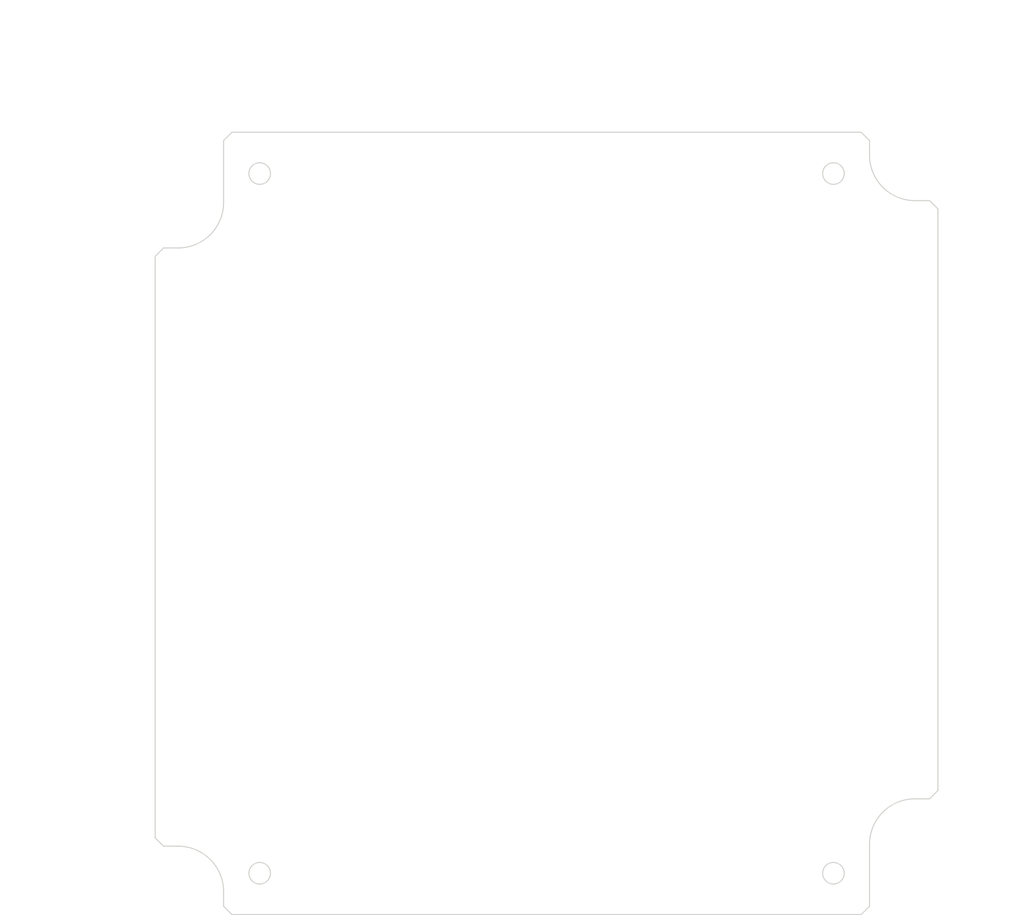
<source format=kicad_pcb>
(kicad_pcb (version 20221018) (generator pcbnew)

  (general
    (thickness 1.6)
  )

  (paper "A3")
  (layers
    (0 "F.Cu" signal)
    (31 "B.Cu" signal)
    (32 "B.Adhes" user "B.Adhesive")
    (33 "F.Adhes" user "F.Adhesive")
    (34 "B.Paste" user)
    (35 "F.Paste" user)
    (36 "B.SilkS" user "B.Silkscreen")
    (37 "F.SilkS" user "F.Silkscreen")
    (38 "B.Mask" user)
    (39 "F.Mask" user)
    (40 "Dwgs.User" user "User.Drawings")
    (41 "Cmts.User" user "User.Comments")
    (42 "Eco1.User" user "User.Eco1")
    (43 "Eco2.User" user "User.Eco2")
    (44 "Edge.Cuts" user)
    (45 "Margin" user)
    (46 "B.CrtYd" user "B.Courtyard")
    (47 "F.CrtYd" user "F.Courtyard")
    (48 "B.Fab" user)
    (49 "F.Fab" user)
  )

  (setup
    (pad_to_mask_clearance 0.051)
    (solder_mask_min_width 0.25)
    (pcbplotparams
      (layerselection 0x00010fc_ffffffff)
      (plot_on_all_layers_selection 0x0000000_00000000)
      (disableapertmacros false)
      (usegerberextensions false)
      (usegerberattributes false)
      (usegerberadvancedattributes false)
      (creategerberjobfile false)
      (dashed_line_dash_ratio 12.000000)
      (dashed_line_gap_ratio 3.000000)
      (svgprecision 4)
      (plotframeref false)
      (viasonmask false)
      (mode 1)
      (useauxorigin false)
      (hpglpennumber 1)
      (hpglpenspeed 20)
      (hpglpendiameter 15.000000)
      (dxfpolygonmode true)
      (dxfimperialunits true)
      (dxfusepcbnewfont true)
      (psnegative false)
      (psa4output false)
      (plotreference true)
      (plotvalue true)
      (plotinvisibletext false)
      (sketchpadsonfab false)
      (subtractmaskfromsilk false)
      (outputformat 1)
      (mirror false)
      (drillshape 1)
      (scaleselection 1)
      (outputdirectory "")
    )
  )

  (net 0 "")

  (gr_line (start 154.422332 82.607402) (end 154.602332 82.607402)
    (stroke (width 0.2) (type solid)) (layer "Dwgs.User") (tstamp 01aa48fd-3708-4e7d-bb5a-4180f0def9a7))
  (gr_line (start 109.93326 76.753074) (end 109.93326 140.769358)
    (stroke (width 0.2) (type solid)) (layer "Dwgs.User") (tstamp 0347f8b6-86f4-4cbc-b91e-b61312c4a2a3))
  (gr_line (start 127.628918 98.753074) (end 127.628918 154.089867)
    (stroke (width 0.2) (type solid)) (layer "Dwgs.User") (tstamp 079bf1ec-c6b3-455e-bd7c-1f9e304b3cfa))
  (gr_line (start 154.512332 83.607402) (end 154.512332 111.515574)
    (stroke (width 0.2) (type solid)) (layer "Dwgs.User") (tstamp 0b03af9f-ef3c-4e86-9596-f10878586226))
  (gr_line (start 268.36666 58.362394) (end 202.662106 58.362394)
    (stroke (width 0.2) (type solid)) (layer "Dwgs.User") (tstamp 13169330-a161-4da0-a457-4b65802abe18))
  (gr_line (start 178.618846 69.906026) (end 180.618846 69.906026)
    (stroke (width 0.2) (type solid)) (layer "Dwgs.User") (tstamp 1b0c4f83-8a50-480b-aee7-103eb463f61c))
  (gr_line (start 135.245504 96.753074) (end 124.453918 96.753074)
    (stroke (width 0.2) (type solid)) (layer "Dwgs.User") (tstamp 1f1d8869-c534-4b27-acfd-81277c6f0f54))
  (gr_line (start 148.245504 74.753074) (end 106.75826 74.753074)
    (stroke (width 0.2) (type solid)) (layer "Dwgs.User") (tstamp 25ea1c3c-947a-4758-abfa-77035ff200d2))
  (gr_line (start 136.658004 108.340574) (end 140.531279 108.340574)
    (stroke (width 0.2) (type solid)) (layer "Dwgs.User") (tstamp 347a50a2-77de-475f-a066-dbaea8910d7b))
  (gr_line (start 279.822784 210.575388) (end 273.257231 206.784184)
    (stroke (width 0.2) (type solid)) (layer "Dwgs.User") (tstamp 35cad90c-8fe8-4288-b1f6-b3f8b96cbaca))
  (gr_line (start 109.93326 221.46173) (end 109.93326 147.884228)
    (stroke (width 0.2) (type solid)) (layer "Dwgs.User") (tstamp 413988b0-9bfc-4729-8475-a703828a3035))
  (gr_line (start 135.245504 210.46173) (end 124.453918 210.46173)
    (stroke (width 0.2) (type solid)) (layer "Dwgs.User") (tstamp 457f0322-7d78-47aa-966d-6efff41338a0))
  (gr_line (start 178.618846 74.753074) (end 178.618846 69.906026)
    (stroke (width 0.2) (type solid)) (layer "Dwgs.User") (tstamp 4920aefc-62b7-4ddd-af94-4df99a80f6bd))
  (gr_line (start 155.512332 82.607402) (end 181.793846 82.607402)
    (stroke (width 0.2) (type solid)) (layer "Dwgs.User") (tstamp 4951e510-32f3-402e-a35a-0e471a50be95))
  (gr_line (start 148.245504 74.753074) (end 117.372809 74.753074)
    (stroke (width 0.2) (type solid)) (layer "Dwgs.User") (tstamp 4ae5c82f-8da4-4f73-9843-a22872f0f8db))
  (gr_line (start 127.628918 208.46173) (end 127.628918 161.205897)
    (stroke (width 0.2) (type solid)) (layer "Dwgs.User") (tstamp 4c61e268-111f-4feb-a7ea-1efa1d588bfc))
  (gr_line (start 263.512332 81.607402) (end 263.512332 61.177382)
    (stroke (width 0.2) (type solid)) (layer "Dwgs.User") (tstamp 564ae906-50db-4c6f-8965-bb6fd77e0678))
  (gr_line (start 164.95378 94.987251) (end 162.95378 94.987251)
    (stroke (width 0.2) (type solid)) (layer "Dwgs.User") (tstamp 590a02c1-a116-4f7c-9101-dad0c0c606d7))
  (gr_line (start 152.512332 108.340574) (end 148.639056 108.340574)
    (stroke (width 0.2) (type solid)) (layer "Dwgs.User") (tstamp 59c7c0ae-2951-4a79-9826-932a82c856e7))
  (gr_line (start 154.512332 79.557402) (end 154.512332 61.177382)
    (stroke (width 0.2) (type solid)) (layer "Dwgs.User") (tstamp 5aa48ea7-c974-4d58-abac-417c2d57463f))
  (gr_line (start 148.245504 223.46173) (end 106.75826 223.46173)
    (stroke (width 0.2) (type solid)) (layer "Dwgs.User") (tstamp 62740fe8-34a4-4a5a-a50a-4c259f916a37))
  (gr_line (start 294.974551 213.607402) (end 294.974551 152.665417)
    (stroke (width 0.2) (type solid)) (layer "Dwgs.User") (tstamp 6e90dc4d-beb8-40a0-a103-daa50c76177b))
  (gr_line (start 264.512332 215.607402) (end 298.149551 215.607402)
    (stroke (width 0.2) (type solid)) (layer "Dwgs.User") (tstamp 6f914b1e-bf52-47ca-8665-b07418e1a46a))
  (gr_line (start 264.512332 82.607402) (end 298.149551 82.607402)
    (stroke (width 0.2) (type solid)) (layer "Dwgs.User") (tstamp 80c202c0-799a-45f6-a4af-95bb6cdcaaff))
  (gr_line (start 261.512332 64.352382) (end 213.717345 64.352382)
    (stroke (width 0.2) (type solid)) (layer "Dwgs.User") (tstamp 80ee82cc-8967-47c6-a258-4f27292eccd9))
  (gr_line (start 136.658004 52.893274) (end 204.468505 52.893274)
    (stroke (width 0.2) (type solid)) (layer "Dwgs.User") (tstamp 84761d56-e7f1-4669-9ee1-d05c5ebff7c2))
  (gr_line (start 134.658004 97.340574) (end 134.658004 49.718274)
    (stroke (width 0.2) (type solid)) (layer "Dwgs.User") (tstamp 8997b64c-c8f2-496d-b0fa-3c0566fbb230))
  (gr_line (start 281.36666 52.893274) (end 213.556159 52.893274)
    (stroke (width 0.2) (type solid)) (layer "Dwgs.User") (tstamp 8f96d655-0a28-4556-9e6a-f3988b60f979))
  (gr_line (start 149.658004 58.362394) (end 193.574452 58.362394)
    (stroke (width 0.2) (type solid)) (layer "Dwgs.User") (tstamp 8fcbfe25-1f51-4a3e-a673-5d8cc264cd82))
  (gr_line (start 120.547809 76.753074) (end 120.547809 87.214084)
    (stroke (width 0.2) (type solid)) (layer "Dwgs.User") (tstamp 9fd1e2ab-d384-495c-825e-7d537e62019c))
  (gr_line (start 162.95378 94.987251) (end 156.793964 85.953542)
    (stroke (width 0.2) (type solid)) (layer "Dwgs.User") (tstamp a7cd4e5c-74ec-4fbb-ad05-50056224b69d))
  (gr_line (start 283.36666 88.340574) (end 283.36666 49.718274)
    (stroke (width 0.2) (type solid)) (layer "Dwgs.User") (tstamp aeb80d74-2aeb-4751-85fa-017cd1698e9c))
  (gr_line (start 134.658004 97.340574) (end 134.658004 79.183963)
    (stroke (width 0.2) (type solid)) (layer "Dwgs.User") (tstamp b43e6dbf-8a2a-40d9-a7a8-728a936c8174))
  (gr_line (start 145.658004 82.358963) (end 136.658004 82.358963)
    (stroke (width 0.2) (type solid)) (layer "Dwgs.User") (tstamp b50cafa8-74b0-4a86-a88c-4cc541893bed))
  (gr_line (start 134.658004 82.358963) (end 131.394427 82.358963)
    (stroke (width 0.2) (type solid)) (layer "Dwgs.User") (tstamp b6a10689-8482-4e5b-ad8e-921829737592))
  (gr_line (start 270.36666 75.340574) (end 270.36666 55.187394)
    (stroke (width 0.2) (type solid)) (layer "Dwgs.User") (tstamp bec3efc1-e958-476e-83ad-2b68e60fce22))
  (gr_line (start 156.512332 64.352382) (end 204.307318 64.352382)
    (stroke (width 0.2) (type solid)) (layer "Dwgs.User") (tstamp c0e51dcb-02b0-4ceb-b0e0-1703c5c7bdd1))
  (gr_line (start 281.822784 210.575388) (end 279.822784 210.575388)
    (stroke (width 0.2) (type solid)) (layer "Dwgs.User") (tstamp c2810c54-14dc-4d6c-9bbc-1045a2d025bd))
  (gr_line (start 154.512332 82.697402) (end 154.512332 82.517402)
    (stroke (width 0.2) (type solid)) (layer "Dwgs.User") (tstamp cda79e99-519d-47f4-83fc-c664fc927d00))
  (gr_line (start 147.658004 75.340574) (end 147.658004 55.187394)
    (stroke (width 0.2) (type solid)) (layer "Dwgs.User") (tstamp ea721f45-803a-411b-bf8c-1f9a10a1e92b))
  (gr_line (start 178.618846 80.607402) (end 178.618846 76.753074)
    (stroke (width 0.2) (type solid)) (layer "Dwgs.User") (tstamp eb50b79c-0457-4e50-a3c8-5bb7d3ffb46c))
  (gr_line (start 135.245504 96.753074) (end 117.372809 96.753074)
    (stroke (width 0.2) (type solid)) (layer "Dwgs.User") (tstamp eda93ba3-8128-4031-84a2-7de4a6d21f2f))
  (gr_line (start 294.974551 84.607402) (end 294.974551 145.549387)
    (stroke (width 0.2) (type solid)) (layer "Dwgs.User") (tstamp fb3fef18-a594-4d58-a789-678bf048170c))
  (gr_line (start 120.547809 94.753074) (end 120.547809 94.328954)
    (stroke (width 0.2) (type solid)) (layer "Dwgs.User") (tstamp fd9617d2-b77f-4cf6-87f5-1a7c4ae4b121))
  (gr_line (start 270.36666 79.107402) (end 270.36666 76.340574)
    (stroke (width 0.2) (type solid)) (layer "Edge.Cuts") (tstamp 0bcc345e-479e-40b6-ae76-0fd81e84e2e1))
  (gr_circle (center 263.512332 215.607402) (end 265.562332 215.607402)
    (stroke (width 0.2) (type solid)) (fill none) (layer "Edge.Cuts") (tstamp 0ce109c7-9077-4b44-8b8d-821f3b632247))
  (gr_arc (start 139.012332 210.46173) (mid 145.125745 212.993989) (end 147.658004 219.107402)
    (stroke (width 0.2) (type solid)) (layer "Edge.Cuts") (tstamp 2526379f-444c-4284-8c47-14cd9dc33ed3))
  (gr_arc (start 147.658004 88.107402) (mid 145.125745 94.220815) (end 139.012332 96.753074)
    (stroke (width 0.2) (type solid)) (layer "Edge.Cuts") (tstamp 2a9b6821-586a-447e-86be-0c39148c0e69))
  (gr_line (start 268.77916 223.46173) (end 270.36666 221.87423)
    (stroke (width 0.2) (type solid)) (layer "Edge.Cuts") (tstamp 3030024a-2d29-49de-a358-5ceeadd67706))
  (gr_line (start 147.658004 76.340574) (end 147.658004 88.107402)
    (stroke (width 0.2) (type solid)) (layer "Edge.Cuts") (tstamp 3101ba6d-faf7-4612-aefa-d41a12c5e95d))
  (gr_line (start 281.77916 201.46173) (end 283.36666 199.87423)
    (stroke (width 0.2) (type solid)) (layer "Edge.Cuts") (tstamp 39189222-b3bc-471e-a364-889436f74b3b))
  (gr_line (start 134.658004 208.87423) (end 136.245504 210.46173)
    (stroke (width 0.2) (type solid)) (layer "Edge.Cuts") (tstamp 410045d2-7d54-4e50-bb3a-305e01d6fb73))
  (gr_line (start 136.245504 210.46173) (end 139.012332 210.46173)
    (stroke (width 0.2) (type solid)) (layer "Edge.Cuts") (tstamp 4dbfb3dc-8d0a-42c9-b479-e46d40643c7c))
  (gr_line (start 134.658004 98.340574) (end 134.658004 208.87423)
    (stroke (width 0.2) (type solid)) (layer "Edge.Cuts") (tstamp 4e6f5438-5b26-45ea-9a7a-fecc8f2744b8))
  (gr_line (start 283.36666 199.87423) (end 283.36666 89.340574)
    (stroke (width 0.2) (type solid)) (layer "Edge.Cuts") (tstamp 50baba83-2981-41fb-bfe0-720f04412043))
  (gr_line (start 270.36666 76.340574) (end 268.77916 74.753074)
    (stroke (width 0.2) (type solid)) (layer "Edge.Cuts") (tstamp 53010a44-2d96-46fa-9bb3-9e7a01dbaeef))
  (gr_line (start 281.77916 87.753074) (end 279.012332 87.753074)
    (stroke (width 0.2) (type solid)) (layer "Edge.Cuts") (tstamp 5506c761-cfde-4d64-bd6e-e66b3470aa6e))
  (gr_line (start 147.658004 221.87423) (end 149.245504 223.46173)
    (stroke (width 0.2) (type solid)) (layer "Edge.Cuts") (tstamp 55a37b4f-d77e-4dc5-9902-5c1ac1172f53))
  (gr_circle (center 154.512332 82.607402) (end 156.562332 82.607402)
    (stroke (width 0.2) (type solid)) (fill none) (layer "Edge.Cuts") (tstamp 55b61cb3-5f2a-40c9-84c2-664697686d7a))
  (gr_circle (center 263.512332 82.607402) (end 265.562332 82.607402)
    (stroke (width 0.2) (type solid)) (fill none) (layer "Edge.Cuts") (tstamp 5bdb6e9b-0f63-4fa7-96f5-883031da764a))
  (gr_line (start 147.658004 219.107402) (end 147.658004 221.87423)
    (stroke (width 0.2) (type solid)) (layer "Edge.Cuts") (tstamp 6645be19-c4e7-4643-9067-8ab2264ba8bd))
  (gr_line (start 149.245504 223.46173) (end 268.77916 223.46173)
    (stroke (width 0.2) (type solid)) (layer "Edge.Cuts") (tstamp 681145a9-8a85-44d3-b7b0-b7b1283f55df))
  (gr_line (start 149.245504 74.753074) (end 147.658004 76.340574)
    (stroke (width 0.2) (type solid)) (layer "Edge.Cuts") (tstamp 6b743f2b-cff5-4a1e-954b-1997ae651af3))
  (gr_arc (start 270.36666 210.107402) (mid 272.898919 203.993989) (end 279.012332 201.46173)
    (stroke (width 0.2) (type solid)) (layer "Edge.Cuts") (tstamp 88b0fafd-6537-4665-9d99-7c1944bab4b5))
  (gr_line (start 268.77916 74.753074) (end 149.245504 74.753074)
    (stroke (width 0.2) (type solid)) (layer "Edge.Cuts") (tstamp 895d6dc7-e35a-40f3-9968-f6fec9c4fda6))
  (gr_arc (start 279.012332 87.753074) (mid 272.898919 85.220815) (end 270.36666 79.107402)
    (stroke (width 0.2) (type solid)) (layer "Edge.Cuts") (tstamp 8b80ba15-b5fd-4697-ac82-1128c35af4fc))
  (gr_line (start 136.245504 96.753074) (end 134.658004 98.340574)
    (stroke (width 0.2) (type solid)) (layer "Edge.Cuts") (tstamp 915fd2db-3b25-4841-bae2-5a246f7efcaa))
  (gr_line (start 139.012332 96.753074) (end 136.245504 96.753074)
    (stroke (width 0.2) (type solid)) (layer "Edge.Cuts") (tstamp a7a1cdd9-2c1a-4bd7-a9cc-85ecdc5a3170))
  (gr_circle (center 154.512332 215.607402) (end 156.562332 215.607402)
    (stroke (width 0.2) (type solid)) (fill none) (layer "Edge.Cuts") (tstamp b124bea4-60ef-4a9f-a1d0-0207a238b85a))
  (gr_line (start 283.36666 89.340574) (end 281.77916 87.753074)
    (stroke (width 0.2) (type solid)) (layer "Edge.Cuts") (tstamp c117c0d9-9d09-4bd0-96e5-41ca5b8aa61d))
  (gr_line (start 270.36666 221.87423) (end 270.36666 210.107402)
    (stroke (width 0.2) (type solid)) (layer "Edge.Cuts") (tstamp e62e88d2-4786-42ae-a51a-84cd034dd89d))
  (gr_line (start 279.012332 201.46173) (end 281.77916 201.46173)
    (stroke (width 0.2) (type solid)) (layer "Edge.Cuts") (tstamp ede5b4dc-2e2c-4000-a8bf-8c9900b440f4))
  (gr_text " R8.65" (at 286.293555 208.907414) (layer "Dwgs.User") (tstamp 037d651c-01ee-491c-84f0-7a09cea1f9a8)
    (effects (font (size 1.7 1.53) (thickness 0.2125)))
  )
  (gr_text "[.31]" (at 184.012332 71.795488) (layer "Dwgs.User") (tstamp 08dc41fa-b918-47a0-a028-728a966a6644)
    (effects (font (size 1.7 1.53) (thickness 0.2125)))
  )
  (gr_text "[.78]" (at 144.585168 110.230035) (layer "Dwgs.User") (tstamp 133c6273-96cc-4561-9ad3-7ce3f21b3c8b)
    (effects (font (size 1.7 1.53) (thickness 0.2125)))
  )
  (gr_text " 22.00" (at 120.547809 89.103545) (layer "Dwgs.User") (tstamp 18dc0f9b-049e-4dda-ae5e-18f35dd22fbc)
    (effects (font (size 1.7 1.53) (thickness 0.2125)))
  )
  (gr_text "[5.85]" (at 109.93326 146.216254) (layer "Dwgs.User") (tstamp 2e03c186-79b5-48c5-b2d2-2773ed64cc46)
    (effects (font (size 1.7 1.53) (thickness 0.2125)))
  )
  (gr_text " 109.00" (at 209.012332 62.684408) (layer "Dwgs.User") (tstamp 320932cb-d2b1-4553-b99e-ea4a9ee7d131)
    (effects (font (size 1.7 1.53) (thickness 0.2125)))
  )
  (gr_text " 133.00" (at 294.974551 147.438848) (layer "Dwgs.User") (tstamp 3b6210b5-de2b-4b72-a832-f7fbdfeaaa45)
    (effects (font (size 1.7 1.53) (thickness 0.2125)))
  )
  (gr_text " 13.00" (at 127.349816 80.69041) (layer "Dwgs.User") (tstamp 3e9e8aca-4ed9-4349-aad3-1fb51ff2c219)
    (effects (font (size 1.7 1.53) (thickness 0.2125)))
  )
  (gr_text " 19.85" (at 144.585168 106.6726) (layer "Dwgs.User") (tstamp 4ef2be59-c8dc-4a39-8c01-548a965a70c4)
    (effects (font (size 1.7 1.53) (thickness 0.2125)))
  )
  (gr_text "[4.48]" (at 127.628918 159.537343) (layer "Dwgs.User") (tstamp 5dabc24a-b906-4f6c-9af3-5d5230ca0b8e)
    (effects (font (size 1.7 1.53) (thickness 0.2125)))
  )
  (gr_text "[5.85]" (at 209.012332 54.782735) (layer "Dwgs.User") (tstamp 60dd672a-5634-4c4b-9252-92648255ec6f)
    (effects (font (size 1.7 1.53) (thickness 0.2125)))
  )
  (gr_text " ∅4.10\n[∅0.16]" (at 169.49065 94.987251) (layer "Dwgs.User") (tstamp 64b2a7af-68cd-4ef7-ba5f-648deb76e996)
    (effects (font (size 1.7 1.53) (thickness 0.2125)))
  )
  (gr_text " 113.71" (at 127.628918 155.979328) (layer "Dwgs.User") (tstamp 85ab6ed5-5a34-4160-a9c1-3d23eb16600a)
    (effects (font (size 1.7 1.53) (thickness 0.2125)))
  )
  (gr_text "[4.83]" (at 198.118279 60.251855) (layer "Dwgs.User") (tstamp 89fbd361-abae-424c-8944-0387697d4572)
    (effects (font (size 1.7 1.53) (thickness 0.2125)))
  )
  (gr_text "[.51]" (at 127.349816 84.248425) (layer "Dwgs.User") (tstamp b91cdfa0-f40f-4abc-8a3b-0e7b1fbeb6f8)
    (effects (font (size 1.7 1.53) (thickness 0.2125)))
  )
  (gr_text " 148.71" (at 209.012332 51.2253) (layer "Dwgs.User") (tstamp c5ad8d6f-6062-429a-9f1e-571971b07930)
    (effects (font (size 1.7 1.53) (thickness 0.2125)))
  )
  (gr_text "[4.29]" (at 209.012332 66.241843) (layer "Dwgs.User") (tstamp cc33113e-1cf2-454d-895f-8ddb2f0a4055)
    (effects (font (size 1.7 1.53) (thickness 0.2125)))
  )
  (gr_text " 148.71" (at 109.93326 142.658819) (layer "Dwgs.User") (tstamp d0ff4604-9c46-439e-b7c7-c91fc54adf23)
    (effects (font (size 1.7 1.53) (thickness 0.2125)))
  )
  (gr_text " 7.85" (at 184.012332 68.238052) (layer "Dwgs.User") (tstamp d16f6889-d2db-4d55-9885-80e787f1a811)
    (effects (font (size 1.7 1.53) (thickness 0.2125)))
  )
  (gr_text " 122.71" (at 198.118279 56.708915) (layer "Dwgs.User") (tstamp d667f048-fdca-46b3-a99e-375060e15e70)
    (effects (font (size 1.7 1.53) (thickness 0.2125)))
  )
  (gr_text "[5.24]" (at 294.974551 150.996863) (layer "Dwgs.User") (tstamp da68d337-29d1-4001-bfdf-50c093cd08f0)
    (effects (font (size 1.7 1.53) (thickness 0.2125)))
  )
  (gr_text "[.87]" (at 120.547809 92.66098) (layer "Dwgs.User") (tstamp e851c454-befd-4acd-8b6e-ce502c67616d)
    (effects (font (size 1.7 1.53) (thickness 0.2125)))
  )
  (gr_text "[R0.34]" (at 286.293555 212.464849) (layer "Dwgs.User") (tstamp eaf2c3fe-8e67-482c-9ca2-1427ff3dc3e1)
    (effects (font (size 1.7 1.53) (thickness 0.2125)))
  )

)

</source>
